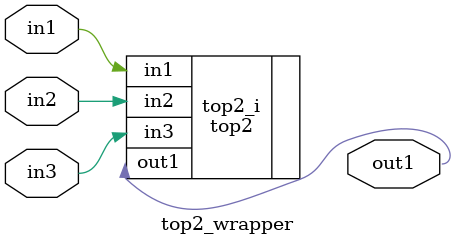
<source format=v>
`timescale 1 ps / 1 ps

module top2_wrapper
   (in1,
    in2,
    in3,
    out1);
  input in1;
  input in2;
  input in3;
  output out1;

  wire in1;
  wire in2;
  wire in3;
  wire out1;

  top2 top2_i
       (.in1(in1),
        .in2(in2),
        .in3(in3),
        .out1(out1));
endmodule

</source>
